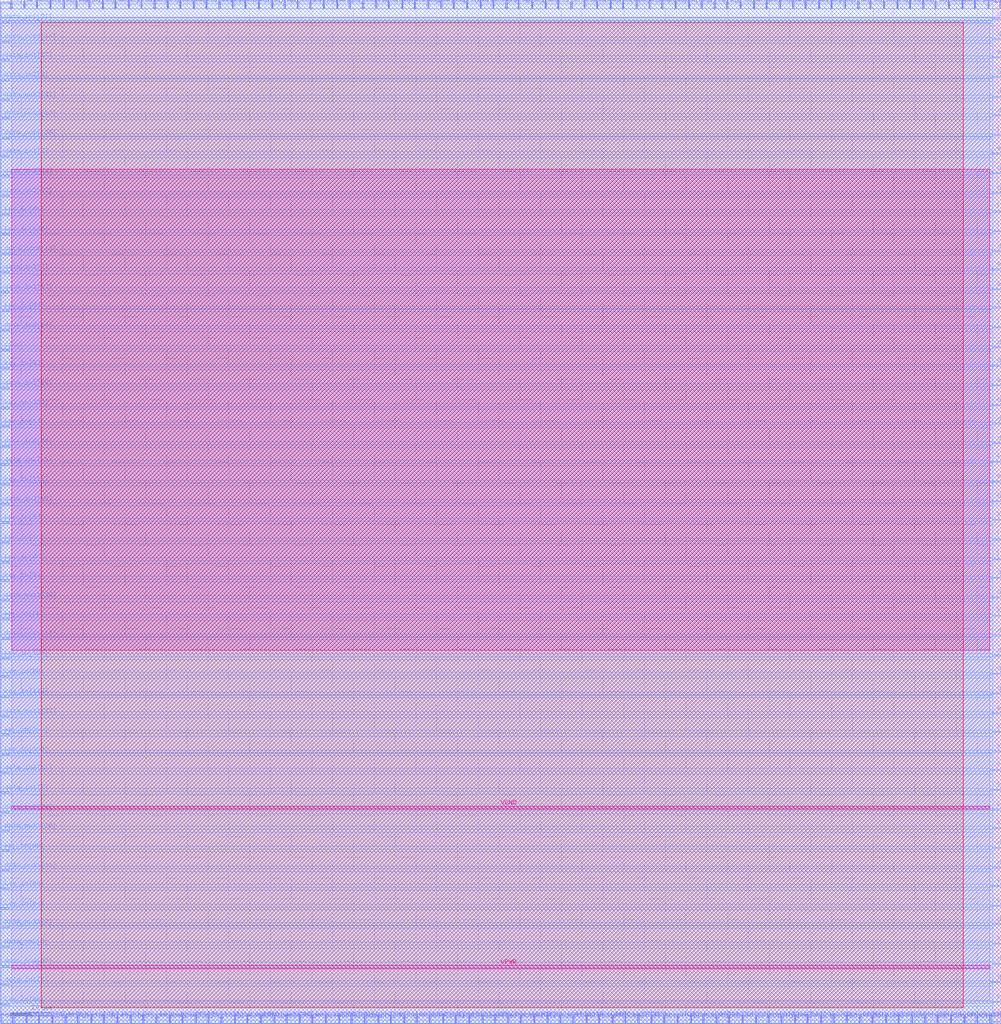
<source format=lef>
VERSION 5.7 ;
  NOWIREEXTENSIONATPIN ON ;
  DIVIDERCHAR "/" ;
  BUSBITCHARS "[]" ;
MACRO xtea
  CLASS BLOCK ;
  FOREIGN xtea ;
  ORIGIN 0.000 0.000 ;
  SIZE 481.630 BY 492.350 ;
  PIN all_done
    DIRECTION OUTPUT TRISTATE ;
    PORT
      LAYER met2 ;
        RECT 306.910 0.000 307.190 4.000 ;
    END
  END all_done
  PIN clock
    DIRECTION INPUT ;
    PORT
      LAYER met3 ;
        RECT 0.000 323.720 4.000 324.320 ;
    END
  END clock
  PIN data_in1[0]
    DIRECTION INPUT ;
    PORT
      LAYER met2 ;
        RECT 463.770 0.000 464.050 4.000 ;
    END
  END data_in1[0]
  PIN data_in1[10]
    DIRECTION INPUT ;
    PORT
      LAYER met2 ;
        RECT 462.850 488.350 463.130 492.350 ;
    END
  END data_in1[10]
  PIN data_in1[11]
    DIRECTION INPUT ;
    PORT
      LAYER met3 ;
        RECT 477.630 158.480 481.630 159.080 ;
    END
  END data_in1[11]
  PIN data_in1[12]
    DIRECTION INPUT ;
    PORT
      LAYER met2 ;
        RECT 174.430 488.350 174.710 492.350 ;
    END
  END data_in1[12]
  PIN data_in1[13]
    DIRECTION INPUT ;
    PORT
      LAYER met3 ;
        RECT 0.000 351.600 4.000 352.200 ;
    END
  END data_in1[13]
  PIN data_in1[14]
    DIRECTION INPUT ;
    PORT
      LAYER met2 ;
        RECT 225.490 0.000 225.770 4.000 ;
    END
  END data_in1[14]
  PIN data_in1[15]
    DIRECTION INPUT ;
    PORT
      LAYER met3 ;
        RECT 0.000 305.360 4.000 305.960 ;
    END
  END data_in1[15]
  PIN data_in1[16]
    DIRECTION INPUT ;
    PORT
      LAYER met2 ;
        RECT 299.550 488.350 299.830 492.350 ;
    END
  END data_in1[16]
  PIN data_in1[17]
    DIRECTION INPUT ;
    PORT
      LAYER met3 ;
        RECT 0.000 463.120 4.000 463.720 ;
    END
  END data_in1[17]
  PIN data_in1[18]
    DIRECTION INPUT ;
    PORT
      LAYER met2 ;
        RECT 11.590 488.350 11.870 492.350 ;
    END
  END data_in1[18]
  PIN data_in1[19]
    DIRECTION INPUT ;
    PORT
      LAYER met2 ;
        RECT 75.070 0.000 75.350 4.000 ;
    END
  END data_in1[19]
  PIN data_in1[1]
    DIRECTION INPUT ;
    PORT
      LAYER met3 ;
        RECT 0.000 18.400 4.000 19.000 ;
    END
  END data_in1[1]
  PIN data_in1[20]
    DIRECTION INPUT ;
    PORT
      LAYER met2 ;
        RECT 206.630 0.000 206.910 4.000 ;
    END
  END data_in1[20]
  PIN data_in1[21]
    DIRECTION INPUT ;
    PORT
      LAYER met3 ;
        RECT 0.000 481.480 4.000 482.080 ;
    END
  END data_in1[21]
  PIN data_in1[22]
    DIRECTION INPUT ;
    PORT
      LAYER met2 ;
        RECT 212.150 488.350 212.430 492.350 ;
    END
  END data_in1[22]
  PIN data_in1[23]
    DIRECTION INPUT ;
    PORT
      LAYER met2 ;
        RECT 294.490 0.000 294.770 4.000 ;
    END
  END data_in1[23]
  PIN data_in1[24]
    DIRECTION INPUT ;
    PORT
      LAYER met2 ;
        RECT 118.770 0.000 119.050 4.000 ;
    END
  END data_in1[24]
  PIN data_in1[25]
    DIRECTION INPUT ;
    PORT
      LAYER met2 ;
        RECT 156.490 0.000 156.770 4.000 ;
    END
  END data_in1[25]
  PIN data_in1[26]
    DIRECTION INPUT ;
    PORT
      LAYER met2 ;
        RECT 432.030 0.000 432.310 4.000 ;
    END
  END data_in1[26]
  PIN data_in1[27]
    DIRECTION INPUT ;
    PORT
      LAYER met2 ;
        RECT 244.350 0.000 244.630 4.000 ;
    END
  END data_in1[27]
  PIN data_in1[28]
    DIRECTION INPUT ;
    PORT
      LAYER met2 ;
        RECT 332.210 0.000 332.490 4.000 ;
    END
  END data_in1[28]
  PIN data_in1[29]
    DIRECTION INPUT ;
    PORT
      LAYER met2 ;
        RECT 318.410 488.350 318.690 492.350 ;
    END
  END data_in1[29]
  PIN data_in1[2]
    DIRECTION INPUT ;
    PORT
      LAYER met3 ;
        RECT 0.000 416.880 4.000 417.480 ;
    END
  END data_in1[2]
  PIN data_in1[30]
    DIRECTION INPUT ;
    PORT
      LAYER met2 ;
        RECT 31.370 0.000 31.650 4.000 ;
    END
  END data_in1[30]
  PIN data_in1[31]
    DIRECTION INPUT ;
    PORT
      LAYER met2 ;
        RECT 231.010 488.350 231.290 492.350 ;
    END
  END data_in1[31]
  PIN data_in1[3]
    DIRECTION INPUT ;
    PORT
      LAYER met3 ;
        RECT 0.000 361.120 4.000 361.720 ;
    END
  END data_in1[3]
  PIN data_in1[4]
    DIRECTION INPUT ;
    PORT
      LAYER met3 ;
        RECT 477.630 47.640 481.630 48.240 ;
    END
  END data_in1[4]
  PIN data_in1[5]
    DIRECTION INPUT ;
    PORT
      LAYER met3 ;
        RECT 477.630 473.320 481.630 473.920 ;
    END
  END data_in1[5]
  PIN data_in1[6]
    DIRECTION INPUT ;
    PORT
      LAYER met2 ;
        RECT 363.490 0.000 363.770 4.000 ;
    END
  END data_in1[6]
  PIN data_in1[7]
    DIRECTION INPUT ;
    PORT
      LAYER met3 ;
        RECT 0.000 110.880 4.000 111.480 ;
    END
  END data_in1[7]
  PIN data_in1[8]
    DIRECTION INPUT ;
    PORT
      LAYER met2 ;
        RECT 413.630 0.000 413.910 4.000 ;
    END
  END data_in1[8]
  PIN data_in1[9]
    DIRECTION INPUT ;
    PORT
      LAYER met2 ;
        RECT 162.930 0.000 163.210 4.000 ;
    END
  END data_in1[9]
  PIN data_in2[0]
    DIRECTION INPUT ;
    PORT
      LAYER met2 ;
        RECT 388.330 0.000 388.610 4.000 ;
    END
  END data_in2[0]
  PIN data_in2[10]
    DIRECTION INPUT ;
    PORT
      LAYER met2 ;
        RECT 274.710 488.350 274.990 492.350 ;
    END
  END data_in2[10]
  PIN data_in2[11]
    DIRECTION INPUT ;
    PORT
      LAYER met3 ;
        RECT 477.630 454.960 481.630 455.560 ;
    END
  END data_in2[11]
  PIN data_in2[12]
    DIRECTION INPUT ;
    PORT
      LAYER met3 ;
        RECT 0.000 397.840 4.000 398.440 ;
    END
  END data_in2[12]
  PIN data_in2[13]
    DIRECTION INPUT ;
    PORT
      LAYER met3 ;
        RECT 0.000 120.400 4.000 121.000 ;
    END
  END data_in2[13]
  PIN data_in2[14]
    DIRECTION INPUT ;
    PORT
      LAYER met3 ;
        RECT 0.000 333.240 4.000 333.840 ;
    END
  END data_in2[14]
  PIN data_in2[15]
    DIRECTION INPUT ;
    PORT
      LAYER met3 ;
        RECT 0.000 249.600 4.000 250.200 ;
    END
  END data_in2[15]
  PIN data_in2[16]
    DIRECTION INPUT ;
    PORT
      LAYER met2 ;
        RECT 381.430 488.350 381.710 492.350 ;
    END
  END data_in2[16]
  PIN data_in2[17]
    DIRECTION INPUT ;
    PORT
      LAYER met3 ;
        RECT 477.630 371.320 481.630 371.920 ;
    END
  END data_in2[17]
  PIN data_in2[18]
    DIRECTION INPUT ;
    PORT
      LAYER met2 ;
        RECT 200.190 0.000 200.470 4.000 ;
    END
  END data_in2[18]
  PIN data_in2[19]
    DIRECTION INPUT ;
    PORT
      LAYER met2 ;
        RECT 117.850 488.350 118.130 492.350 ;
    END
  END data_in2[19]
  PIN data_in2[1]
    DIRECTION INPUT ;
    PORT
      LAYER met2 ;
        RECT 313.350 0.000 313.630 4.000 ;
    END
  END data_in2[1]
  PIN data_in2[20]
    DIRECTION INPUT ;
    PORT
      LAYER met3 ;
        RECT 0.000 268.640 4.000 269.240 ;
    END
  END data_in2[20]
  PIN data_in2[21]
    DIRECTION INPUT ;
    PORT
      LAYER met3 ;
        RECT 477.630 482.840 481.630 483.440 ;
    END
  END data_in2[21]
  PIN data_in2[22]
    DIRECTION INPUT ;
    PORT
      LAYER met2 ;
        RECT 150.050 0.000 150.330 4.000 ;
    END
  END data_in2[22]
  PIN data_in2[23]
    DIRECTION INPUT ;
    PORT
      LAYER met3 ;
        RECT 477.630 19.760 481.630 20.360 ;
    END
  END data_in2[23]
  PIN data_in2[24]
    DIRECTION INPUT ;
    PORT
      LAYER met3 ;
        RECT 0.000 101.360 4.000 101.960 ;
    END
  END data_in2[24]
  PIN data_in2[25]
    DIRECTION INPUT ;
    PORT
      LAYER met3 ;
        RECT 477.630 325.080 481.630 325.680 ;
    END
  END data_in2[25]
  PIN data_in2[26]
    DIRECTION INPUT ;
    PORT
      LAYER met3 ;
        RECT 0.000 277.480 4.000 278.080 ;
    END
  END data_in2[26]
  PIN data_in2[27]
    DIRECTION INPUT ;
    PORT
      LAYER met3 ;
        RECT 0.000 27.240 4.000 27.840 ;
    END
  END data_in2[27]
  PIN data_in2[28]
    DIRECTION INPUT ;
    PORT
      LAYER met2 ;
        RECT 256.770 0.000 257.050 4.000 ;
    END
  END data_in2[28]
  PIN data_in2[29]
    DIRECTION INPUT ;
    PORT
      LAYER met2 ;
        RECT 456.410 488.350 456.690 492.350 ;
    END
  END data_in2[29]
  PIN data_in2[2]
    DIRECTION INPUT ;
    PORT
      LAYER met3 ;
        RECT 477.630 278.840 481.630 279.440 ;
    END
  END data_in2[2]
  PIN data_in2[30]
    DIRECTION INPUT ;
    PORT
      LAYER met2 ;
        RECT 105.430 488.350 105.710 492.350 ;
    END
  END data_in2[30]
  PIN data_in2[31]
    DIRECTION INPUT ;
    PORT
      LAYER met3 ;
        RECT 0.000 407.360 4.000 407.960 ;
    END
  END data_in2[31]
  PIN data_in2[3]
    DIRECTION INPUT ;
    PORT
      LAYER met2 ;
        RECT 287.130 488.350 287.410 492.350 ;
    END
  END data_in2[3]
  PIN data_in2[4]
    DIRECTION INPUT ;
    PORT
      LAYER met3 ;
        RECT 477.630 445.440 481.630 446.040 ;
    END
  END data_in2[4]
  PIN data_in2[5]
    DIRECTION INPUT ;
    PORT
      LAYER met3 ;
        RECT 0.000 36.760 4.000 37.360 ;
    END
  END data_in2[5]
  PIN data_in2[6]
    DIRECTION INPUT ;
    PORT
      LAYER met3 ;
        RECT 477.630 186.360 481.630 186.960 ;
    END
  END data_in2[6]
  PIN data_in2[7]
    DIRECTION INPUT ;
    PORT
      LAYER met3 ;
        RECT 477.630 316.240 481.630 316.840 ;
    END
  END data_in2[7]
  PIN data_in2[8]
    DIRECTION INPUT ;
    PORT
      LAYER met3 ;
        RECT 0.000 453.600 4.000 454.200 ;
    END
  END data_in2[8]
  PIN data_in2[9]
    DIRECTION INPUT ;
    PORT
      LAYER met2 ;
        RECT 168.910 0.000 169.190 4.000 ;
    END
  END data_in2[9]
  PIN data_out1[0]
    DIRECTION OUTPUT TRISTATE ;
    PORT
      LAYER met3 ;
        RECT 477.630 168.000 481.630 168.600 ;
    END
  END data_out1[0]
  PIN data_out1[10]
    DIRECTION OUTPUT TRISTATE ;
    PORT
      LAYER met2 ;
        RECT 325.770 0.000 326.050 4.000 ;
    END
  END data_out1[10]
  PIN data_out1[11]
    DIRECTION OUTPUT TRISTATE ;
    PORT
      LAYER met3 ;
        RECT 0.000 73.480 4.000 74.080 ;
    END
  END data_out1[11]
  PIN data_out1[12]
    DIRECTION OUTPUT TRISTATE ;
    PORT
      LAYER met2 ;
        RECT 143.150 488.350 143.430 492.350 ;
    END
  END data_out1[12]
  PIN data_out1[13]
    DIRECTION OUTPUT TRISTATE ;
    PORT
      LAYER met3 ;
        RECT 477.630 408.720 481.630 409.320 ;
    END
  END data_out1[13]
  PIN data_out1[14]
    DIRECTION OUTPUT TRISTATE ;
    PORT
      LAYER met2 ;
        RECT 331.290 488.350 331.570 492.350 ;
    END
  END data_out1[14]
  PIN data_out1[15]
    DIRECTION OUTPUT TRISTATE ;
    PORT
      LAYER met3 ;
        RECT 0.000 92.520 4.000 93.120 ;
    END
  END data_out1[15]
  PIN data_out1[16]
    DIRECTION OUTPUT TRISTATE ;
    PORT
      LAYER met3 ;
        RECT 477.630 74.840 481.630 75.440 ;
    END
  END data_out1[16]
  PIN data_out1[17]
    DIRECTION OUTPUT TRISTATE ;
    PORT
      LAYER met3 ;
        RECT 0.000 185.000 4.000 185.600 ;
    END
  END data_out1[17]
  PIN data_out1[18]
    DIRECTION OUTPUT TRISTATE ;
    PORT
      LAYER met2 ;
        RECT 219.050 0.000 219.330 4.000 ;
    END
  END data_out1[18]
  PIN data_out1[19]
    DIRECTION OUTPUT TRISTATE ;
    PORT
      LAYER met2 ;
        RECT 357.050 0.000 357.330 4.000 ;
    END
  END data_out1[19]
  PIN data_out1[1]
    DIRECTION OUTPUT TRISTATE ;
    PORT
      LAYER met2 ;
        RECT 162.010 488.350 162.290 492.350 ;
    END
  END data_out1[1]
  PIN data_out1[20]
    DIRECTION OUTPUT TRISTATE ;
    PORT
      LAYER met2 ;
        RECT 275.630 0.000 275.910 4.000 ;
    END
  END data_out1[20]
  PIN data_out1[21]
    DIRECTION OUTPUT TRISTATE ;
    PORT
      LAYER met3 ;
        RECT 477.630 436.600 481.630 437.200 ;
    END
  END data_out1[21]
  PIN data_out1[22]
    DIRECTION OUTPUT TRISTATE ;
    PORT
      LAYER met2 ;
        RECT 481.250 488.350 481.530 492.350 ;
    END
  END data_out1[22]
  PIN data_out1[23]
    DIRECTION OUTPUT TRISTATE ;
    PORT
      LAYER met3 ;
        RECT 0.000 147.600 4.000 148.200 ;
    END
  END data_out1[23]
  PIN data_out1[24]
    DIRECTION OUTPUT TRISTATE ;
    PORT
      LAYER met3 ;
        RECT 477.630 288.360 481.630 288.960 ;
    END
  END data_out1[24]
  PIN data_out1[25]
    DIRECTION OUTPUT TRISTATE ;
    PORT
      LAYER met2 ;
        RECT 186.850 488.350 187.130 492.350 ;
    END
  END data_out1[25]
  PIN data_out1[26]
    DIRECTION OUTPUT TRISTATE ;
    PORT
      LAYER met2 ;
        RECT 12.510 0.000 12.790 4.000 ;
    END
  END data_out1[26]
  PIN data_out1[27]
    DIRECTION OUTPUT TRISTATE ;
    PORT
      LAYER met2 ;
        RECT 106.350 0.000 106.630 4.000 ;
    END
  END data_out1[27]
  PIN data_out1[28]
    DIRECTION OUTPUT TRISTATE ;
    PORT
      LAYER met3 ;
        RECT 0.000 425.720 4.000 426.320 ;
    END
  END data_out1[28]
  PIN data_out1[29]
    DIRECTION OUTPUT TRISTATE ;
    PORT
      LAYER met3 ;
        RECT 0.000 203.360 4.000 203.960 ;
    END
  END data_out1[29]
  PIN data_out1[2]
    DIRECTION OUTPUT TRISTATE ;
    PORT
      LAYER met3 ;
        RECT 477.630 214.240 481.630 214.840 ;
    END
  END data_out1[2]
  PIN data_out1[30]
    DIRECTION OUTPUT TRISTATE ;
    PORT
      LAYER met2 ;
        RECT 125.210 0.000 125.490 4.000 ;
    END
  END data_out1[30]
  PIN data_out1[31]
    DIRECTION OUTPUT TRISTATE ;
    PORT
      LAYER met2 ;
        RECT 263.210 0.000 263.490 4.000 ;
    END
  END data_out1[31]
  PIN data_out1[3]
    DIRECTION OUTPUT TRISTATE ;
    PORT
      LAYER met2 ;
        RECT 387.410 488.350 387.690 492.350 ;
    END
  END data_out1[3]
  PIN data_out1[4]
    DIRECTION OUTPUT TRISTATE ;
    PORT
      LAYER met3 ;
        RECT 0.000 46.280 4.000 46.880 ;
    END
  END data_out1[4]
  PIN data_out1[5]
    DIRECTION OUTPUT TRISTATE ;
    PORT
      LAYER met2 ;
        RECT 475.270 488.350 475.550 492.350 ;
    END
  END data_out1[5]
  PIN data_out1[6]
    DIRECTION OUTPUT TRISTATE ;
    PORT
      LAYER met2 ;
        RECT 213.070 0.000 213.350 4.000 ;
    END
  END data_out1[6]
  PIN data_out1[7]
    DIRECTION OUTPUT TRISTATE ;
    PORT
      LAYER met2 ;
        RECT 419.610 0.000 419.890 4.000 ;
    END
  END data_out1[7]
  PIN data_out1[8]
    DIRECTION OUTPUT TRISTATE ;
    PORT
      LAYER met2 ;
        RECT 237.910 0.000 238.190 4.000 ;
    END
  END data_out1[8]
  PIN data_out1[9]
    DIRECTION OUTPUT TRISTATE ;
    PORT
      LAYER met2 ;
        RECT 112.790 0.000 113.070 4.000 ;
    END
  END data_out1[9]
  PIN data_out2[0]
    DIRECTION OUTPUT TRISTATE ;
    PORT
      LAYER met2 ;
        RECT 93.010 488.350 93.290 492.350 ;
    END
  END data_out2[0]
  PIN data_out2[10]
    DIRECTION OUTPUT TRISTATE ;
    PORT
      LAYER met2 ;
        RECT 86.570 488.350 86.850 492.350 ;
    END
  END data_out2[10]
  PIN data_out2[11]
    DIRECTION OUTPUT TRISTATE ;
    PORT
      LAYER met2 ;
        RECT 55.290 488.350 55.570 492.350 ;
    END
  END data_out2[11]
  PIN data_out2[12]
    DIRECTION OUTPUT TRISTATE ;
    PORT
      LAYER met3 ;
        RECT 477.630 28.600 481.630 29.200 ;
    END
  END data_out2[12]
  PIN data_out2[13]
    DIRECTION OUTPUT TRISTATE ;
    PORT
      LAYER met3 ;
        RECT 0.000 435.240 4.000 435.840 ;
    END
  END data_out2[13]
  PIN data_out2[14]
    DIRECTION OUTPUT TRISTATE ;
    PORT
      LAYER met3 ;
        RECT 0.000 471.960 4.000 472.560 ;
    END
  END data_out2[14]
  PIN data_out2[15]
    DIRECTION OUTPUT TRISTATE ;
    PORT
      LAYER met2 ;
        RECT 17.570 488.350 17.850 492.350 ;
    END
  END data_out2[15]
  PIN data_out2[16]
    DIRECTION OUTPUT TRISTATE ;
    PORT
      LAYER met2 ;
        RECT 393.850 488.350 394.130 492.350 ;
    END
  END data_out2[16]
  PIN data_out2[17]
    DIRECTION OUTPUT TRISTATE ;
    PORT
      LAYER met2 ;
        RECT 199.270 488.350 199.550 492.350 ;
    END
  END data_out2[17]
  PIN data_out2[18]
    DIRECTION OUTPUT TRISTATE ;
    PORT
      LAYER met2 ;
        RECT 362.570 488.350 362.850 492.350 ;
    END
  END data_out2[18]
  PIN data_out2[19]
    DIRECTION OUTPUT TRISTATE ;
    PORT
      LAYER met3 ;
        RECT 0.000 369.960 4.000 370.560 ;
    END
  END data_out2[19]
  PIN data_out2[1]
    DIRECTION OUTPUT TRISTATE ;
    PORT
      LAYER met3 ;
        RECT 477.630 297.200 481.630 297.800 ;
    END
  END data_out2[1]
  PIN data_out2[20]
    DIRECTION OUTPUT TRISTATE ;
    PORT
      LAYER met3 ;
        RECT 477.630 399.200 481.630 399.800 ;
    END
  END data_out2[20]
  PIN data_out2[21]
    DIRECTION OUTPUT TRISTATE ;
    PORT
      LAYER met2 ;
        RECT 282.070 0.000 282.350 4.000 ;
    END
  END data_out2[21]
  PIN data_out2[22]
    DIRECTION OUTPUT TRISTATE ;
    PORT
      LAYER met3 ;
        RECT 477.630 204.720 481.630 205.320 ;
    END
  END data_out2[22]
  PIN data_out2[23]
    DIRECTION OUTPUT TRISTATE ;
    PORT
      LAYER met3 ;
        RECT 477.630 176.840 481.630 177.440 ;
    END
  END data_out2[23]
  PIN data_out2[24]
    DIRECTION OUTPUT TRISTATE ;
    PORT
      LAYER met3 ;
        RECT 477.630 84.360 481.630 84.960 ;
    END
  END data_out2[24]
  PIN data_out2[25]
    DIRECTION OUTPUT TRISTATE ;
    PORT
      LAYER met2 ;
        RECT 74.150 488.350 74.430 492.350 ;
    END
  END data_out2[25]
  PIN data_out2[26]
    DIRECTION OUTPUT TRISTATE ;
    PORT
      LAYER met2 ;
        RECT 193.290 488.350 193.570 492.350 ;
    END
  END data_out2[26]
  PIN data_out2[27]
    DIRECTION OUTPUT TRISTATE ;
    PORT
      LAYER met2 ;
        RECT 6.070 0.000 6.350 4.000 ;
    END
  END data_out2[27]
  PIN data_out2[28]
    DIRECTION OUTPUT TRISTATE ;
    PORT
      LAYER met3 ;
        RECT 477.630 0.720 481.630 1.320 ;
    END
  END data_out2[28]
  PIN data_out2[29]
    DIRECTION OUTPUT TRISTATE ;
    PORT
      LAYER met2 ;
        RECT 476.190 0.000 476.470 4.000 ;
    END
  END data_out2[29]
  PIN data_out2[2]
    DIRECTION OUTPUT TRISTATE ;
    PORT
      LAYER met2 ;
        RECT 425.130 488.350 425.410 492.350 ;
    END
  END data_out2[2]
  PIN data_out2[30]
    DIRECTION OUTPUT TRISTATE ;
    PORT
      LAYER met2 ;
        RECT 236.990 488.350 237.270 492.350 ;
    END
  END data_out2[30]
  PIN data_out2[31]
    DIRECTION OUTPUT TRISTATE ;
    PORT
      LAYER met3 ;
        RECT 0.000 444.080 4.000 444.680 ;
    END
  END data_out2[31]
  PIN data_out2[3]
    DIRECTION OUTPUT TRISTATE ;
    PORT
      LAYER met2 ;
        RECT 111.870 488.350 112.150 492.350 ;
    END
  END data_out2[3]
  PIN data_out2[4]
    DIRECTION OUTPUT TRISTATE ;
    PORT
      LAYER met2 ;
        RECT 450.890 0.000 451.170 4.000 ;
    END
  END data_out2[4]
  PIN data_out2[5]
    DIRECTION OUTPUT TRISTATE ;
    PORT
      LAYER met2 ;
        RECT 400.750 0.000 401.030 4.000 ;
    END
  END data_out2[5]
  PIN data_out2[6]
    DIRECTION OUTPUT TRISTATE ;
    PORT
      LAYER met2 ;
        RECT 18.490 0.000 18.770 4.000 ;
    END
  END data_out2[6]
  PIN data_out2[7]
    DIRECTION OUTPUT TRISTATE ;
    PORT
      LAYER met3 ;
        RECT 477.630 250.960 481.630 251.560 ;
    END
  END data_out2[7]
  PIN data_out2[8]
    DIRECTION OUTPUT TRISTATE ;
    PORT
      LAYER met2 ;
        RECT 368.550 488.350 368.830 492.350 ;
    END
  END data_out2[8]
  PIN data_out2[9]
    DIRECTION OUTPUT TRISTATE ;
    PORT
      LAYER met2 ;
        RECT 305.990 488.350 306.270 492.350 ;
    END
  END data_out2[9]
  PIN key_in[0]
    DIRECTION INPUT ;
    PORT
      LAYER met3 ;
        RECT 477.630 148.960 481.630 149.560 ;
    END
  END key_in[0]
  PIN key_in[100]
    DIRECTION INPUT ;
    PORT
      LAYER met3 ;
        RECT 0.000 138.760 4.000 139.360 ;
    END
  END key_in[100]
  PIN key_in[101]
    DIRECTION INPUT ;
    PORT
      LAYER met2 ;
        RECT 175.350 0.000 175.630 4.000 ;
    END
  END key_in[101]
  PIN key_in[102]
    DIRECTION INPUT ;
    PORT
      LAYER met2 ;
        RECT 369.470 0.000 369.750 4.000 ;
    END
  END key_in[102]
  PIN key_in[103]
    DIRECTION INPUT ;
    PORT
      LAYER met3 ;
        RECT 477.630 344.120 481.630 344.720 ;
    END
  END key_in[103]
  PIN key_in[104]
    DIRECTION INPUT ;
    PORT
      LAYER met2 ;
        RECT 68.630 0.000 68.910 4.000 ;
    END
  END key_in[104]
  PIN key_in[105]
    DIRECTION INPUT ;
    PORT
      LAYER met2 ;
        RECT 349.690 488.350 349.970 492.350 ;
    END
  END key_in[105]
  PIN key_in[106]
    DIRECTION INPUT ;
    PORT
      LAYER met2 ;
        RECT 149.130 488.350 149.410 492.350 ;
    END
  END key_in[106]
  PIN key_in[107]
    DIRECTION INPUT ;
    PORT
      LAYER met2 ;
        RECT 375.910 0.000 376.190 4.000 ;
    END
  END key_in[107]
  PIN key_in[108]
    DIRECTION INPUT ;
    PORT
      LAYER met3 ;
        RECT 0.000 129.240 4.000 129.840 ;
    END
  END key_in[108]
  PIN key_in[109]
    DIRECTION INPUT ;
    PORT
      LAYER met3 ;
        RECT 0.000 295.840 4.000 296.440 ;
    END
  END key_in[109]
  PIN key_in[10]
    DIRECTION INPUT ;
    PORT
      LAYER met3 ;
        RECT 0.000 231.240 4.000 231.840 ;
    END
  END key_in[10]
  PIN key_in[110]
    DIRECTION INPUT ;
    PORT
      LAYER met2 ;
        RECT 224.570 488.350 224.850 492.350 ;
    END
  END key_in[110]
  PIN key_in[111]
    DIRECTION INPUT ;
    PORT
      LAYER met3 ;
        RECT 0.000 259.120 4.000 259.720 ;
    END
  END key_in[111]
  PIN key_in[112]
    DIRECTION INPUT ;
    PORT
      LAYER met2 ;
        RECT 469.750 0.000 470.030 4.000 ;
    END
  END key_in[112]
  PIN key_in[113]
    DIRECTION INPUT ;
    PORT
      LAYER met3 ;
        RECT 0.000 157.120 4.000 157.720 ;
    END
  END key_in[113]
  PIN key_in[114]
    DIRECTION INPUT ;
    PORT
      LAYER met2 ;
        RECT 288.050 0.000 288.330 4.000 ;
    END
  END key_in[114]
  PIN key_in[115]
    DIRECTION INPUT ;
    PORT
      LAYER met2 ;
        RECT 269.190 0.000 269.470 4.000 ;
    END
  END key_in[115]
  PIN key_in[116]
    DIRECTION INPUT ;
    PORT
      LAYER met3 ;
        RECT 477.630 10.240 481.630 10.840 ;
    END
  END key_in[116]
  PIN key_in[117]
    DIRECTION INPUT ;
    PORT
      LAYER met2 ;
        RECT 130.730 488.350 131.010 492.350 ;
    END
  END key_in[117]
  PIN key_in[118]
    DIRECTION INPUT ;
    PORT
      LAYER met2 ;
        RECT 81.510 0.000 81.790 4.000 ;
    END
  END key_in[118]
  PIN key_in[119]
    DIRECTION INPUT ;
    PORT
      LAYER met2 ;
        RECT 136.710 488.350 136.990 492.350 ;
    END
  END key_in[119]
  PIN key_in[11]
    DIRECTION INPUT ;
    PORT
      LAYER met2 ;
        RECT 281.150 488.350 281.430 492.350 ;
    END
  END key_in[11]
  PIN key_in[120]
    DIRECTION INPUT ;
    PORT
      LAYER met2 ;
        RECT 443.990 488.350 444.270 492.350 ;
    END
  END key_in[120]
  PIN key_in[121]
    DIRECTION INPUT ;
    PORT
      LAYER met2 ;
        RECT 24.010 488.350 24.290 492.350 ;
    END
  END key_in[121]
  PIN key_in[122]
    DIRECTION INPUT ;
    PORT
      LAYER met3 ;
        RECT 477.630 362.480 481.630 363.080 ;
    END
  END key_in[122]
  PIN key_in[123]
    DIRECTION INPUT ;
    PORT
      LAYER met2 ;
        RECT 93.930 0.000 94.210 4.000 ;
    END
  END key_in[123]
  PIN key_in[124]
    DIRECTION INPUT ;
    PORT
      LAYER met3 ;
        RECT 477.630 260.480 481.630 261.080 ;
    END
  END key_in[124]
  PIN key_in[125]
    DIRECTION INPUT ;
    PORT
      LAYER met3 ;
        RECT 0.000 175.480 4.000 176.080 ;
    END
  END key_in[125]
  PIN key_in[126]
    DIRECTION INPUT ;
    PORT
      LAYER met3 ;
        RECT 0.000 379.480 4.000 380.080 ;
    END
  END key_in[126]
  PIN key_in[127]
    DIRECTION INPUT ;
    PORT
      LAYER met3 ;
        RECT 477.630 140.120 481.630 140.720 ;
    END
  END key_in[127]
  PIN key_in[12]
    DIRECTION INPUT ;
    PORT
      LAYER met2 ;
        RECT 394.770 0.000 395.050 4.000 ;
    END
  END key_in[12]
  PIN key_in[13]
    DIRECTION INPUT ;
    PORT
      LAYER met2 ;
        RECT 30.450 488.350 30.730 492.350 ;
    END
  END key_in[13]
  PIN key_in[14]
    DIRECTION INPUT ;
    PORT
      LAYER met2 ;
        RECT 24.930 0.000 25.210 4.000 ;
    END
  END key_in[14]
  PIN key_in[15]
    DIRECTION INPUT ;
    PORT
      LAYER met3 ;
        RECT 477.630 380.840 481.630 381.440 ;
    END
  END key_in[15]
  PIN key_in[16]
    DIRECTION INPUT ;
    PORT
      LAYER met2 ;
        RECT 338.190 0.000 338.470 4.000 ;
    END
  END key_in[16]
  PIN key_in[17]
    DIRECTION INPUT ;
    PORT
      LAYER met2 ;
        RECT 5.150 488.350 5.430 492.350 ;
    END
  END key_in[17]
  PIN key_in[18]
    DIRECTION INPUT ;
    PORT
      LAYER met3 ;
        RECT 0.000 287.000 4.000 287.600 ;
    END
  END key_in[18]
  PIN key_in[19]
    DIRECTION INPUT ;
    PORT
      LAYER met2 ;
        RECT 382.350 0.000 382.630 4.000 ;
    END
  END key_in[19]
  PIN key_in[1]
    DIRECTION INPUT ;
    PORT
      LAYER met2 ;
        RECT 99.910 0.000 100.190 4.000 ;
    END
  END key_in[1]
  PIN key_in[20]
    DIRECTION INPUT ;
    PORT
      LAYER met2 ;
        RECT 231.930 0.000 232.210 4.000 ;
    END
  END key_in[20]
  PIN key_in[21]
    DIRECTION INPUT ;
    PORT
      LAYER met3 ;
        RECT 477.630 223.080 481.630 223.680 ;
    END
  END key_in[21]
  PIN key_in[22]
    DIRECTION INPUT ;
    PORT
      LAYER met2 ;
        RECT 155.570 488.350 155.850 492.350 ;
    END
  END key_in[22]
  PIN key_in[23]
    DIRECTION INPUT ;
    PORT
      LAYER met2 ;
        RECT 205.710 488.350 205.990 492.350 ;
    END
  END key_in[23]
  PIN key_in[24]
    DIRECTION INPUT ;
    PORT
      LAYER met2 ;
        RECT 457.330 0.000 457.610 4.000 ;
    END
  END key_in[24]
  PIN key_in[25]
    DIRECTION INPUT ;
    PORT
      LAYER met2 ;
        RECT 87.490 0.000 87.770 4.000 ;
    END
  END key_in[25]
  PIN key_in[26]
    DIRECTION INPUT ;
    PORT
      LAYER met2 ;
        RECT 37.350 0.000 37.630 4.000 ;
    END
  END key_in[26]
  PIN key_in[27]
    DIRECTION INPUT ;
    PORT
      LAYER met3 ;
        RECT 477.630 93.880 481.630 94.480 ;
    END
  END key_in[27]
  PIN key_in[28]
    DIRECTION INPUT ;
    PORT
      LAYER met2 ;
        RECT 268.270 488.350 268.550 492.350 ;
    END
  END key_in[28]
  PIN key_in[29]
    DIRECTION INPUT ;
    PORT
      LAYER met2 ;
        RECT 98.990 488.350 99.270 492.350 ;
    END
  END key_in[29]
  PIN key_in[2]
    DIRECTION INPUT ;
    PORT
      LAYER met2 ;
        RECT 49.310 488.350 49.590 492.350 ;
    END
  END key_in[2]
  PIN key_in[30]
    DIRECTION INPUT ;
    PORT
      LAYER met3 ;
        RECT 477.630 427.080 481.630 427.680 ;
    END
  END key_in[30]
  PIN key_in[31]
    DIRECTION INPUT ;
    PORT
      LAYER met2 ;
        RECT 67.710 488.350 67.990 492.350 ;
    END
  END key_in[31]
  PIN key_in[32]
    DIRECTION INPUT ;
    PORT
      LAYER met2 ;
        RECT 344.630 0.000 344.910 4.000 ;
    END
  END key_in[32]
  PIN key_in[33]
    DIRECTION INPUT ;
    PORT
      LAYER met2 ;
        RECT 412.710 488.350 412.990 492.350 ;
    END
  END key_in[33]
  PIN key_in[34]
    DIRECTION INPUT ;
    PORT
      LAYER met3 ;
        RECT 477.630 195.880 481.630 196.480 ;
    END
  END key_in[34]
  PIN key_in[35]
    DIRECTION INPUT ;
    PORT
      LAYER met2 ;
        RECT 0.090 0.000 0.370 4.000 ;
    END
  END key_in[35]
  PIN key_in[36]
    DIRECTION INPUT ;
    PORT
      LAYER met2 ;
        RECT 42.870 488.350 43.150 492.350 ;
    END
  END key_in[36]
  PIN key_in[37]
    DIRECTION INPUT ;
    PORT
      LAYER met2 ;
        RECT 131.650 0.000 131.930 4.000 ;
    END
  END key_in[37]
  PIN key_in[38]
    DIRECTION INPUT ;
    PORT
      LAYER met2 ;
        RECT 62.650 0.000 62.930 4.000 ;
    END
  END key_in[38]
  PIN key_in[39]
    DIRECTION INPUT ;
    PORT
      LAYER met3 ;
        RECT 0.000 194.520 4.000 195.120 ;
    END
  END key_in[39]
  PIN key_in[3]
    DIRECTION INPUT ;
    PORT
      LAYER met3 ;
        RECT 477.630 306.720 481.630 307.320 ;
    END
  END key_in[3]
  PIN key_in[40]
    DIRECTION INPUT ;
    PORT
      LAYER met3 ;
        RECT 477.630 112.240 481.630 112.840 ;
    END
  END key_in[40]
  PIN key_in[41]
    DIRECTION INPUT ;
    PORT
      LAYER met2 ;
        RECT 187.770 0.000 188.050 4.000 ;
    END
  END key_in[41]
  PIN key_in[42]
    DIRECTION INPUT ;
    PORT
      LAYER met2 ;
        RECT 300.470 0.000 300.750 4.000 ;
    END
  END key_in[42]
  PIN key_in[43]
    DIRECTION INPUT ;
    PORT
      LAYER met2 ;
        RECT 343.710 488.350 343.990 492.350 ;
    END
  END key_in[43]
  PIN key_in[44]
    DIRECTION INPUT ;
    PORT
      LAYER met2 ;
        RECT 243.430 488.350 243.710 492.350 ;
    END
  END key_in[44]
  PIN key_in[45]
    DIRECTION INPUT ;
    PORT
      LAYER met3 ;
        RECT 477.630 464.480 481.630 465.080 ;
    END
  END key_in[45]
  PIN key_in[46]
    DIRECTION INPUT ;
    PORT
      LAYER met3 ;
        RECT 0.000 491.000 4.000 491.600 ;
    END
  END key_in[46]
  PIN key_in[47]
    DIRECTION INPUT ;
    PORT
      LAYER met2 ;
        RECT 43.790 0.000 44.070 4.000 ;
    END
  END key_in[47]
  PIN key_in[48]
    DIRECTION INPUT ;
    PORT
      LAYER met2 ;
        RECT 167.990 488.350 168.270 492.350 ;
    END
  END key_in[48]
  PIN key_in[49]
    DIRECTION INPUT ;
    PORT
      LAYER met2 ;
        RECT 468.830 488.350 469.110 492.350 ;
    END
  END key_in[49]
  PIN key_in[4]
    DIRECTION INPUT ;
    PORT
      LAYER met2 ;
        RECT 337.270 488.350 337.550 492.350 ;
    END
  END key_in[4]
  PIN key_in[50]
    DIRECTION INPUT ;
    PORT
      LAYER met2 ;
        RECT 437.550 488.350 437.830 492.350 ;
    END
  END key_in[50]
  PIN key_in[51]
    DIRECTION INPUT ;
    PORT
      LAYER met3 ;
        RECT 477.630 334.600 481.630 335.200 ;
    END
  END key_in[51]
  PIN key_in[52]
    DIRECTION INPUT ;
    PORT
      LAYER met3 ;
        RECT 0.000 314.880 4.000 315.480 ;
    END
  END key_in[52]
  PIN key_in[53]
    DIRECTION INPUT ;
    PORT
      LAYER met3 ;
        RECT 0.000 240.760 4.000 241.360 ;
    END
  END key_in[53]
  PIN key_in[54]
    DIRECTION INPUT ;
    PORT
      LAYER met3 ;
        RECT 0.000 212.880 4.000 213.480 ;
    END
  END key_in[54]
  PIN key_in[55]
    DIRECTION INPUT ;
    PORT
      LAYER met3 ;
        RECT 0.000 166.640 4.000 167.240 ;
    END
  END key_in[55]
  PIN key_in[56]
    DIRECTION INPUT ;
    PORT
      LAYER met3 ;
        RECT 477.630 38.120 481.630 38.720 ;
    END
  END key_in[56]
  PIN key_in[57]
    DIRECTION INPUT ;
    PORT
      LAYER met2 ;
        RECT 406.270 488.350 406.550 492.350 ;
    END
  END key_in[57]
  PIN key_in[58]
    DIRECTION INPUT ;
    PORT
      LAYER met2 ;
        RECT 444.910 0.000 445.190 4.000 ;
    END
  END key_in[58]
  PIN key_in[59]
    DIRECTION INPUT ;
    PORT
      LAYER met2 ;
        RECT 407.190 0.000 407.470 4.000 ;
    END
  END key_in[59]
  PIN key_in[5]
    DIRECTION INPUT ;
    PORT
      LAYER met3 ;
        RECT 477.630 56.480 481.630 57.080 ;
    END
  END key_in[5]
  PIN key_in[60]
    DIRECTION INPUT ;
    PORT
      LAYER met2 ;
        RECT 426.050 0.000 426.330 4.000 ;
    END
  END key_in[60]
  PIN key_in[61]
    DIRECTION INPUT ;
    PORT
      LAYER met3 ;
        RECT 0.000 389.000 4.000 389.600 ;
    END
  END key_in[61]
  PIN key_in[62]
    DIRECTION INPUT ;
    PORT
      LAYER met2 ;
        RECT 124.290 488.350 124.570 492.350 ;
    END
  END key_in[62]
  PIN key_in[63]
    DIRECTION INPUT ;
    PORT
      LAYER met2 ;
        RECT 356.130 488.350 356.410 492.350 ;
    END
  END key_in[63]
  PIN key_in[64]
    DIRECTION INPUT ;
    PORT
      LAYER met2 ;
        RECT 312.430 488.350 312.710 492.350 ;
    END
  END key_in[64]
  PIN key_in[65]
    DIRECTION INPUT ;
    PORT
      LAYER met3 ;
        RECT 0.000 83.000 4.000 83.600 ;
    END
  END key_in[65]
  PIN key_in[66]
    DIRECTION INPUT ;
    PORT
      LAYER met2 ;
        RECT 418.690 488.350 418.970 492.350 ;
    END
  END key_in[66]
  PIN key_in[67]
    DIRECTION INPUT ;
    PORT
      LAYER met2 ;
        RECT 218.130 488.350 218.410 492.350 ;
    END
  END key_in[67]
  PIN key_in[68]
    DIRECTION INPUT ;
    PORT
      LAYER met3 ;
        RECT 0.000 342.760 4.000 343.360 ;
    END
  END key_in[68]
  PIN key_in[69]
    DIRECTION INPUT ;
    PORT
      LAYER met2 ;
        RECT 449.970 488.350 450.250 492.350 ;
    END
  END key_in[69]
  PIN key_in[6]
    DIRECTION INPUT ;
    PORT
      LAYER met2 ;
        RECT 49.770 0.000 50.050 4.000 ;
    END
  END key_in[6]
  PIN key_in[70]
    DIRECTION INPUT ;
    PORT
      LAYER met3 ;
        RECT 477.630 232.600 481.630 233.200 ;
    END
  END key_in[70]
  PIN key_in[71]
    DIRECTION INPUT ;
    PORT
      LAYER met2 ;
        RECT 374.990 488.350 375.270 492.350 ;
    END
  END key_in[71]
  PIN key_in[72]
    DIRECTION INPUT ;
    PORT
      LAYER met2 ;
        RECT 80.590 488.350 80.870 492.350 ;
    END
  END key_in[72]
  PIN key_in[73]
    DIRECTION INPUT ;
    PORT
      LAYER met2 ;
        RECT 431.570 488.350 431.850 492.350 ;
    END
  END key_in[73]
  PIN key_in[74]
    DIRECTION INPUT ;
    PORT
      LAYER met3 ;
        RECT 477.630 352.960 481.630 353.560 ;
    END
  END key_in[74]
  PIN key_in[75]
    DIRECTION INPUT ;
    PORT
      LAYER met2 ;
        RECT 255.850 488.350 256.130 492.350 ;
    END
  END key_in[75]
  PIN key_in[76]
    DIRECTION INPUT ;
    PORT
      LAYER met2 ;
        RECT 61.730 488.350 62.010 492.350 ;
    END
  END key_in[76]
  PIN key_in[77]
    DIRECTION INPUT ;
    PORT
      LAYER met2 ;
        RECT 399.830 488.350 400.110 492.350 ;
    END
  END key_in[77]
  PIN key_in[78]
    DIRECTION INPUT ;
    PORT
      LAYER met2 ;
        RECT 324.850 488.350 325.130 492.350 ;
    END
  END key_in[78]
  PIN key_in[79]
    DIRECTION INPUT ;
    PORT
      LAYER met2 ;
        RECT 181.790 0.000 182.070 4.000 ;
    END
  END key_in[79]
  PIN key_in[7]
    DIRECTION INPUT ;
    PORT
      LAYER met2 ;
        RECT 438.470 0.000 438.750 4.000 ;
    END
  END key_in[7]
  PIN key_in[80]
    DIRECTION INPUT ;
    PORT
      LAYER met3 ;
        RECT 0.000 64.640 4.000 65.240 ;
    END
  END key_in[80]
  PIN key_in[81]
    DIRECTION INPUT ;
    PORT
      LAYER met2 ;
        RECT 36.430 488.350 36.710 492.350 ;
    END
  END key_in[81]
  PIN key_in[82]
    DIRECTION INPUT ;
    PORT
      LAYER met2 ;
        RECT 250.330 0.000 250.610 4.000 ;
    END
  END key_in[82]
  PIN key_in[83]
    DIRECTION INPUT ;
    PORT
      LAYER met3 ;
        RECT 477.630 418.240 481.630 418.840 ;
    END
  END key_in[83]
  PIN key_in[84]
    DIRECTION INPUT ;
    PORT
      LAYER met3 ;
        RECT 0.000 55.120 4.000 55.720 ;
    END
  END key_in[84]
  PIN key_in[85]
    DIRECTION INPUT ;
    PORT
      LAYER met2 ;
        RECT 194.210 0.000 194.490 4.000 ;
    END
  END key_in[85]
  PIN key_in[86]
    DIRECTION INPUT ;
    PORT
      LAYER met3 ;
        RECT 477.630 66.000 481.630 66.600 ;
    END
  END key_in[86]
  PIN key_in[87]
    DIRECTION INPUT ;
    PORT
      LAYER met2 ;
        RECT 293.570 488.350 293.850 492.350 ;
    END
  END key_in[87]
  PIN key_in[88]
    DIRECTION INPUT ;
    PORT
      LAYER met2 ;
        RECT 180.870 488.350 181.150 492.350 ;
    END
  END key_in[88]
  PIN key_in[89]
    DIRECTION INPUT ;
    PORT
      LAYER met2 ;
        RECT 137.630 0.000 137.910 4.000 ;
    END
  END key_in[89]
  PIN key_in[8]
    DIRECTION INPUT ;
    PORT
      LAYER met2 ;
        RECT 56.210 0.000 56.490 4.000 ;
    END
  END key_in[8]
  PIN key_in[90]
    DIRECTION INPUT ;
    PORT
      LAYER met3 ;
        RECT 0.000 221.720 4.000 222.320 ;
    END
  END key_in[90]
  PIN key_in[91]
    DIRECTION INPUT ;
    PORT
      LAYER met2 ;
        RECT 144.070 0.000 144.350 4.000 ;
    END
  END key_in[91]
  PIN key_in[92]
    DIRECTION INPUT ;
    PORT
      LAYER met2 ;
        RECT 350.610 0.000 350.890 4.000 ;
    END
  END key_in[92]
  PIN key_in[93]
    DIRECTION INPUT ;
    PORT
      LAYER met2 ;
        RECT 249.410 488.350 249.690 492.350 ;
    END
  END key_in[93]
  PIN key_in[94]
    DIRECTION INPUT ;
    PORT
      LAYER met3 ;
        RECT 477.630 390.360 481.630 390.960 ;
    END
  END key_in[94]
  PIN key_in[95]
    DIRECTION INPUT ;
    PORT
      LAYER met3 ;
        RECT 477.630 102.720 481.630 103.320 ;
    END
  END key_in[95]
  PIN key_in[96]
    DIRECTION INPUT ;
    PORT
      LAYER met3 ;
        RECT 477.630 242.120 481.630 242.720 ;
    END
  END key_in[96]
  PIN key_in[97]
    DIRECTION INPUT ;
    PORT
      LAYER met3 ;
        RECT 477.630 130.600 481.630 131.200 ;
    END
  END key_in[97]
  PIN key_in[98]
    DIRECTION INPUT ;
    PORT
      LAYER met3 ;
        RECT 0.000 8.880 4.000 9.480 ;
    END
  END key_in[98]
  PIN key_in[99]
    DIRECTION INPUT ;
    PORT
      LAYER met3 ;
        RECT 477.630 270.000 481.630 270.600 ;
    END
  END key_in[99]
  PIN key_in[9]
    DIRECTION INPUT ;
    PORT
      LAYER met2 ;
        RECT 319.330 0.000 319.610 4.000 ;
    END
  END key_in[9]
  PIN mode
    DIRECTION INPUT ;
    PORT
      LAYER met2 ;
        RECT 262.290 488.350 262.570 492.350 ;
    END
  END mode
  PIN reset
    DIRECTION INPUT ;
    PORT
      LAYER met3 ;
        RECT 477.630 121.760 481.630 122.360 ;
    END
  END reset
  PIN VPWR
    DIRECTION INPUT ;
    USE POWER ;
    PORT
      LAYER met5 ;
        RECT 5.520 26.490 476.100 28.090 ;
    END
  END VPWR
  PIN VGND
    DIRECTION INPUT ;
    USE GROUND ;
    PORT
      LAYER met5 ;
        RECT 5.520 103.080 476.100 104.680 ;
    END
  END VGND
  OBS
      LAYER li1 ;
        RECT 5.520 10.795 476.100 481.525 ;
      LAYER met1 ;
        RECT 0.070 0.040 481.550 484.120 ;
      LAYER met2 ;
        RECT 0.100 488.070 4.870 491.485 ;
        RECT 5.710 488.070 11.310 491.485 ;
        RECT 12.150 488.070 17.290 491.485 ;
        RECT 18.130 488.070 23.730 491.485 ;
        RECT 24.570 488.070 30.170 491.485 ;
        RECT 31.010 488.070 36.150 491.485 ;
        RECT 36.990 488.070 42.590 491.485 ;
        RECT 43.430 488.070 49.030 491.485 ;
        RECT 49.870 488.070 55.010 491.485 ;
        RECT 55.850 488.070 61.450 491.485 ;
        RECT 62.290 488.070 67.430 491.485 ;
        RECT 68.270 488.070 73.870 491.485 ;
        RECT 74.710 488.070 80.310 491.485 ;
        RECT 81.150 488.070 86.290 491.485 ;
        RECT 87.130 488.070 92.730 491.485 ;
        RECT 93.570 488.070 98.710 491.485 ;
        RECT 99.550 488.070 105.150 491.485 ;
        RECT 105.990 488.070 111.590 491.485 ;
        RECT 112.430 488.070 117.570 491.485 ;
        RECT 118.410 488.070 124.010 491.485 ;
        RECT 124.850 488.070 130.450 491.485 ;
        RECT 131.290 488.070 136.430 491.485 ;
        RECT 137.270 488.070 142.870 491.485 ;
        RECT 143.710 488.070 148.850 491.485 ;
        RECT 149.690 488.070 155.290 491.485 ;
        RECT 156.130 488.070 161.730 491.485 ;
        RECT 162.570 488.070 167.710 491.485 ;
        RECT 168.550 488.070 174.150 491.485 ;
        RECT 174.990 488.070 180.590 491.485 ;
        RECT 181.430 488.070 186.570 491.485 ;
        RECT 187.410 488.070 193.010 491.485 ;
        RECT 193.850 488.070 198.990 491.485 ;
        RECT 199.830 488.070 205.430 491.485 ;
        RECT 206.270 488.070 211.870 491.485 ;
        RECT 212.710 488.070 217.850 491.485 ;
        RECT 218.690 488.070 224.290 491.485 ;
        RECT 225.130 488.070 230.730 491.485 ;
        RECT 231.570 488.070 236.710 491.485 ;
        RECT 237.550 488.070 243.150 491.485 ;
        RECT 243.990 488.070 249.130 491.485 ;
        RECT 249.970 488.070 255.570 491.485 ;
        RECT 256.410 488.070 262.010 491.485 ;
        RECT 262.850 488.070 267.990 491.485 ;
        RECT 268.830 488.070 274.430 491.485 ;
        RECT 275.270 488.070 280.870 491.485 ;
        RECT 281.710 488.070 286.850 491.485 ;
        RECT 287.690 488.070 293.290 491.485 ;
        RECT 294.130 488.070 299.270 491.485 ;
        RECT 300.110 488.070 305.710 491.485 ;
        RECT 306.550 488.070 312.150 491.485 ;
        RECT 312.990 488.070 318.130 491.485 ;
        RECT 318.970 488.070 324.570 491.485 ;
        RECT 325.410 488.070 331.010 491.485 ;
        RECT 331.850 488.070 336.990 491.485 ;
        RECT 337.830 488.070 343.430 491.485 ;
        RECT 344.270 488.070 349.410 491.485 ;
        RECT 350.250 488.070 355.850 491.485 ;
        RECT 356.690 488.070 362.290 491.485 ;
        RECT 363.130 488.070 368.270 491.485 ;
        RECT 369.110 488.070 374.710 491.485 ;
        RECT 375.550 488.070 381.150 491.485 ;
        RECT 381.990 488.070 387.130 491.485 ;
        RECT 387.970 488.070 393.570 491.485 ;
        RECT 394.410 488.070 399.550 491.485 ;
        RECT 400.390 488.070 405.990 491.485 ;
        RECT 406.830 488.070 412.430 491.485 ;
        RECT 413.270 488.070 418.410 491.485 ;
        RECT 419.250 488.070 424.850 491.485 ;
        RECT 425.690 488.070 431.290 491.485 ;
        RECT 432.130 488.070 437.270 491.485 ;
        RECT 438.110 488.070 443.710 491.485 ;
        RECT 444.550 488.070 449.690 491.485 ;
        RECT 450.530 488.070 456.130 491.485 ;
        RECT 456.970 488.070 462.570 491.485 ;
        RECT 463.410 488.070 468.550 491.485 ;
        RECT 469.390 488.070 474.990 491.485 ;
        RECT 475.830 488.070 480.970 491.485 ;
        RECT 0.100 4.280 481.520 488.070 ;
        RECT 0.650 0.010 5.790 4.280 ;
        RECT 6.630 0.010 12.230 4.280 ;
        RECT 13.070 0.010 18.210 4.280 ;
        RECT 19.050 0.010 24.650 4.280 ;
        RECT 25.490 0.010 31.090 4.280 ;
        RECT 31.930 0.010 37.070 4.280 ;
        RECT 37.910 0.010 43.510 4.280 ;
        RECT 44.350 0.010 49.490 4.280 ;
        RECT 50.330 0.010 55.930 4.280 ;
        RECT 56.770 0.010 62.370 4.280 ;
        RECT 63.210 0.010 68.350 4.280 ;
        RECT 69.190 0.010 74.790 4.280 ;
        RECT 75.630 0.010 81.230 4.280 ;
        RECT 82.070 0.010 87.210 4.280 ;
        RECT 88.050 0.010 93.650 4.280 ;
        RECT 94.490 0.010 99.630 4.280 ;
        RECT 100.470 0.010 106.070 4.280 ;
        RECT 106.910 0.010 112.510 4.280 ;
        RECT 113.350 0.010 118.490 4.280 ;
        RECT 119.330 0.010 124.930 4.280 ;
        RECT 125.770 0.010 131.370 4.280 ;
        RECT 132.210 0.010 137.350 4.280 ;
        RECT 138.190 0.010 143.790 4.280 ;
        RECT 144.630 0.010 149.770 4.280 ;
        RECT 150.610 0.010 156.210 4.280 ;
        RECT 157.050 0.010 162.650 4.280 ;
        RECT 163.490 0.010 168.630 4.280 ;
        RECT 169.470 0.010 175.070 4.280 ;
        RECT 175.910 0.010 181.510 4.280 ;
        RECT 182.350 0.010 187.490 4.280 ;
        RECT 188.330 0.010 193.930 4.280 ;
        RECT 194.770 0.010 199.910 4.280 ;
        RECT 200.750 0.010 206.350 4.280 ;
        RECT 207.190 0.010 212.790 4.280 ;
        RECT 213.630 0.010 218.770 4.280 ;
        RECT 219.610 0.010 225.210 4.280 ;
        RECT 226.050 0.010 231.650 4.280 ;
        RECT 232.490 0.010 237.630 4.280 ;
        RECT 238.470 0.010 244.070 4.280 ;
        RECT 244.910 0.010 250.050 4.280 ;
        RECT 250.890 0.010 256.490 4.280 ;
        RECT 257.330 0.010 262.930 4.280 ;
        RECT 263.770 0.010 268.910 4.280 ;
        RECT 269.750 0.010 275.350 4.280 ;
        RECT 276.190 0.010 281.790 4.280 ;
        RECT 282.630 0.010 287.770 4.280 ;
        RECT 288.610 0.010 294.210 4.280 ;
        RECT 295.050 0.010 300.190 4.280 ;
        RECT 301.030 0.010 306.630 4.280 ;
        RECT 307.470 0.010 313.070 4.280 ;
        RECT 313.910 0.010 319.050 4.280 ;
        RECT 319.890 0.010 325.490 4.280 ;
        RECT 326.330 0.010 331.930 4.280 ;
        RECT 332.770 0.010 337.910 4.280 ;
        RECT 338.750 0.010 344.350 4.280 ;
        RECT 345.190 0.010 350.330 4.280 ;
        RECT 351.170 0.010 356.770 4.280 ;
        RECT 357.610 0.010 363.210 4.280 ;
        RECT 364.050 0.010 369.190 4.280 ;
        RECT 370.030 0.010 375.630 4.280 ;
        RECT 376.470 0.010 382.070 4.280 ;
        RECT 382.910 0.010 388.050 4.280 ;
        RECT 388.890 0.010 394.490 4.280 ;
        RECT 395.330 0.010 400.470 4.280 ;
        RECT 401.310 0.010 406.910 4.280 ;
        RECT 407.750 0.010 413.350 4.280 ;
        RECT 414.190 0.010 419.330 4.280 ;
        RECT 420.170 0.010 425.770 4.280 ;
        RECT 426.610 0.010 431.750 4.280 ;
        RECT 432.590 0.010 438.190 4.280 ;
        RECT 439.030 0.010 444.630 4.280 ;
        RECT 445.470 0.010 450.610 4.280 ;
        RECT 451.450 0.010 457.050 4.280 ;
        RECT 457.890 0.010 463.490 4.280 ;
        RECT 464.330 0.010 469.470 4.280 ;
        RECT 470.310 0.010 475.910 4.280 ;
        RECT 476.750 0.010 481.520 4.280 ;
      LAYER met3 ;
        RECT 4.400 490.600 477.630 491.465 ;
        RECT 0.525 483.840 477.630 490.600 ;
        RECT 0.525 482.480 477.230 483.840 ;
        RECT 4.400 482.440 477.230 482.480 ;
        RECT 4.400 481.080 477.630 482.440 ;
        RECT 0.525 474.320 477.630 481.080 ;
        RECT 0.525 472.960 477.230 474.320 ;
        RECT 4.400 472.920 477.230 472.960 ;
        RECT 4.400 471.560 477.630 472.920 ;
        RECT 0.525 465.480 477.630 471.560 ;
        RECT 0.525 464.120 477.230 465.480 ;
        RECT 4.400 464.080 477.230 464.120 ;
        RECT 4.400 462.720 477.630 464.080 ;
        RECT 0.525 455.960 477.630 462.720 ;
        RECT 0.525 454.600 477.230 455.960 ;
        RECT 4.400 454.560 477.230 454.600 ;
        RECT 4.400 453.200 477.630 454.560 ;
        RECT 0.525 446.440 477.630 453.200 ;
        RECT 0.525 445.080 477.230 446.440 ;
        RECT 4.400 445.040 477.230 445.080 ;
        RECT 4.400 443.680 477.630 445.040 ;
        RECT 0.525 437.600 477.630 443.680 ;
        RECT 0.525 436.240 477.230 437.600 ;
        RECT 4.400 436.200 477.230 436.240 ;
        RECT 4.400 434.840 477.630 436.200 ;
        RECT 0.525 428.080 477.630 434.840 ;
        RECT 0.525 426.720 477.230 428.080 ;
        RECT 4.400 426.680 477.230 426.720 ;
        RECT 4.400 425.320 477.630 426.680 ;
        RECT 0.525 419.240 477.630 425.320 ;
        RECT 0.525 417.880 477.230 419.240 ;
        RECT 4.400 417.840 477.230 417.880 ;
        RECT 4.400 416.480 477.630 417.840 ;
        RECT 0.525 409.720 477.630 416.480 ;
        RECT 0.525 408.360 477.230 409.720 ;
        RECT 4.400 408.320 477.230 408.360 ;
        RECT 4.400 406.960 477.630 408.320 ;
        RECT 0.525 400.200 477.630 406.960 ;
        RECT 0.525 398.840 477.230 400.200 ;
        RECT 4.400 398.800 477.230 398.840 ;
        RECT 4.400 397.440 477.630 398.800 ;
        RECT 0.525 391.360 477.630 397.440 ;
        RECT 0.525 390.000 477.230 391.360 ;
        RECT 4.400 389.960 477.230 390.000 ;
        RECT 4.400 388.600 477.630 389.960 ;
        RECT 0.525 381.840 477.630 388.600 ;
        RECT 0.525 380.480 477.230 381.840 ;
        RECT 4.400 380.440 477.230 380.480 ;
        RECT 4.400 379.080 477.630 380.440 ;
        RECT 0.525 372.320 477.630 379.080 ;
        RECT 0.525 370.960 477.230 372.320 ;
        RECT 4.400 370.920 477.230 370.960 ;
        RECT 4.400 369.560 477.630 370.920 ;
        RECT 0.525 363.480 477.630 369.560 ;
        RECT 0.525 362.120 477.230 363.480 ;
        RECT 4.400 362.080 477.230 362.120 ;
        RECT 4.400 360.720 477.630 362.080 ;
        RECT 0.525 353.960 477.630 360.720 ;
        RECT 0.525 352.600 477.230 353.960 ;
        RECT 4.400 352.560 477.230 352.600 ;
        RECT 4.400 351.200 477.630 352.560 ;
        RECT 0.525 345.120 477.630 351.200 ;
        RECT 0.525 343.760 477.230 345.120 ;
        RECT 4.400 343.720 477.230 343.760 ;
        RECT 4.400 342.360 477.630 343.720 ;
        RECT 0.525 335.600 477.630 342.360 ;
        RECT 0.525 334.240 477.230 335.600 ;
        RECT 4.400 334.200 477.230 334.240 ;
        RECT 4.400 332.840 477.630 334.200 ;
        RECT 0.525 326.080 477.630 332.840 ;
        RECT 0.525 324.720 477.230 326.080 ;
        RECT 4.400 324.680 477.230 324.720 ;
        RECT 4.400 323.320 477.630 324.680 ;
        RECT 0.525 317.240 477.630 323.320 ;
        RECT 0.525 315.880 477.230 317.240 ;
        RECT 4.400 315.840 477.230 315.880 ;
        RECT 4.400 314.480 477.630 315.840 ;
        RECT 0.525 307.720 477.630 314.480 ;
        RECT 0.525 306.360 477.230 307.720 ;
        RECT 4.400 306.320 477.230 306.360 ;
        RECT 4.400 304.960 477.630 306.320 ;
        RECT 0.525 298.200 477.630 304.960 ;
        RECT 0.525 296.840 477.230 298.200 ;
        RECT 4.400 296.800 477.230 296.840 ;
        RECT 4.400 295.440 477.630 296.800 ;
        RECT 0.525 289.360 477.630 295.440 ;
        RECT 0.525 288.000 477.230 289.360 ;
        RECT 4.400 287.960 477.230 288.000 ;
        RECT 4.400 286.600 477.630 287.960 ;
        RECT 0.525 279.840 477.630 286.600 ;
        RECT 0.525 278.480 477.230 279.840 ;
        RECT 4.400 278.440 477.230 278.480 ;
        RECT 4.400 277.080 477.630 278.440 ;
        RECT 0.525 271.000 477.630 277.080 ;
        RECT 0.525 269.640 477.230 271.000 ;
        RECT 4.400 269.600 477.230 269.640 ;
        RECT 4.400 268.240 477.630 269.600 ;
        RECT 0.525 261.480 477.630 268.240 ;
        RECT 0.525 260.120 477.230 261.480 ;
        RECT 4.400 260.080 477.230 260.120 ;
        RECT 4.400 258.720 477.630 260.080 ;
        RECT 0.525 251.960 477.630 258.720 ;
        RECT 0.525 250.600 477.230 251.960 ;
        RECT 4.400 250.560 477.230 250.600 ;
        RECT 4.400 249.200 477.630 250.560 ;
        RECT 0.525 243.120 477.630 249.200 ;
        RECT 0.525 241.760 477.230 243.120 ;
        RECT 4.400 241.720 477.230 241.760 ;
        RECT 4.400 240.360 477.630 241.720 ;
        RECT 0.525 233.600 477.630 240.360 ;
        RECT 0.525 232.240 477.230 233.600 ;
        RECT 4.400 232.200 477.230 232.240 ;
        RECT 4.400 230.840 477.630 232.200 ;
        RECT 0.525 224.080 477.630 230.840 ;
        RECT 0.525 222.720 477.230 224.080 ;
        RECT 4.400 222.680 477.230 222.720 ;
        RECT 4.400 221.320 477.630 222.680 ;
        RECT 0.525 215.240 477.630 221.320 ;
        RECT 0.525 213.880 477.230 215.240 ;
        RECT 4.400 213.840 477.230 213.880 ;
        RECT 4.400 212.480 477.630 213.840 ;
        RECT 0.525 205.720 477.630 212.480 ;
        RECT 0.525 204.360 477.230 205.720 ;
        RECT 4.400 204.320 477.230 204.360 ;
        RECT 4.400 202.960 477.630 204.320 ;
        RECT 0.525 196.880 477.630 202.960 ;
        RECT 0.525 195.520 477.230 196.880 ;
        RECT 4.400 195.480 477.230 195.520 ;
        RECT 4.400 194.120 477.630 195.480 ;
        RECT 0.525 187.360 477.630 194.120 ;
        RECT 0.525 186.000 477.230 187.360 ;
        RECT 4.400 185.960 477.230 186.000 ;
        RECT 4.400 184.600 477.630 185.960 ;
        RECT 0.525 177.840 477.630 184.600 ;
        RECT 0.525 176.480 477.230 177.840 ;
        RECT 4.400 176.440 477.230 176.480 ;
        RECT 4.400 175.080 477.630 176.440 ;
        RECT 0.525 169.000 477.630 175.080 ;
        RECT 0.525 167.640 477.230 169.000 ;
        RECT 4.400 167.600 477.230 167.640 ;
        RECT 4.400 166.240 477.630 167.600 ;
        RECT 0.525 159.480 477.630 166.240 ;
        RECT 0.525 158.120 477.230 159.480 ;
        RECT 4.400 158.080 477.230 158.120 ;
        RECT 4.400 156.720 477.630 158.080 ;
        RECT 0.525 149.960 477.630 156.720 ;
        RECT 0.525 148.600 477.230 149.960 ;
        RECT 4.400 148.560 477.230 148.600 ;
        RECT 4.400 147.200 477.630 148.560 ;
        RECT 0.525 141.120 477.630 147.200 ;
        RECT 0.525 139.760 477.230 141.120 ;
        RECT 4.400 139.720 477.230 139.760 ;
        RECT 4.400 138.360 477.630 139.720 ;
        RECT 0.525 131.600 477.630 138.360 ;
        RECT 0.525 130.240 477.230 131.600 ;
        RECT 4.400 130.200 477.230 130.240 ;
        RECT 4.400 128.840 477.630 130.200 ;
        RECT 0.525 122.760 477.630 128.840 ;
        RECT 0.525 121.400 477.230 122.760 ;
        RECT 4.400 121.360 477.230 121.400 ;
        RECT 4.400 120.000 477.630 121.360 ;
        RECT 0.525 113.240 477.630 120.000 ;
        RECT 0.525 111.880 477.230 113.240 ;
        RECT 4.400 111.840 477.230 111.880 ;
        RECT 4.400 110.480 477.630 111.840 ;
        RECT 0.525 103.720 477.630 110.480 ;
        RECT 0.525 102.360 477.230 103.720 ;
        RECT 4.400 102.320 477.230 102.360 ;
        RECT 4.400 100.960 477.630 102.320 ;
        RECT 0.525 94.880 477.630 100.960 ;
        RECT 0.525 93.520 477.230 94.880 ;
        RECT 4.400 93.480 477.230 93.520 ;
        RECT 4.400 92.120 477.630 93.480 ;
        RECT 0.525 85.360 477.630 92.120 ;
        RECT 0.525 84.000 477.230 85.360 ;
        RECT 4.400 83.960 477.230 84.000 ;
        RECT 4.400 82.600 477.630 83.960 ;
        RECT 0.525 75.840 477.630 82.600 ;
        RECT 0.525 74.480 477.230 75.840 ;
        RECT 4.400 74.440 477.230 74.480 ;
        RECT 4.400 73.080 477.630 74.440 ;
        RECT 0.525 67.000 477.630 73.080 ;
        RECT 0.525 65.640 477.230 67.000 ;
        RECT 4.400 65.600 477.230 65.640 ;
        RECT 4.400 64.240 477.630 65.600 ;
        RECT 0.525 57.480 477.630 64.240 ;
        RECT 0.525 56.120 477.230 57.480 ;
        RECT 4.400 56.080 477.230 56.120 ;
        RECT 4.400 54.720 477.630 56.080 ;
        RECT 0.525 48.640 477.630 54.720 ;
        RECT 0.525 47.280 477.230 48.640 ;
        RECT 4.400 47.240 477.230 47.280 ;
        RECT 4.400 45.880 477.630 47.240 ;
        RECT 0.525 39.120 477.630 45.880 ;
        RECT 0.525 37.760 477.230 39.120 ;
        RECT 4.400 37.720 477.230 37.760 ;
        RECT 4.400 36.360 477.630 37.720 ;
        RECT 0.525 29.600 477.630 36.360 ;
        RECT 0.525 28.240 477.230 29.600 ;
        RECT 4.400 28.200 477.230 28.240 ;
        RECT 4.400 26.840 477.630 28.200 ;
        RECT 0.525 20.760 477.630 26.840 ;
        RECT 0.525 19.400 477.230 20.760 ;
        RECT 4.400 19.360 477.230 19.400 ;
        RECT 4.400 18.000 477.630 19.360 ;
        RECT 0.525 11.240 477.630 18.000 ;
        RECT 0.525 9.880 477.230 11.240 ;
        RECT 4.400 9.840 477.230 9.880 ;
        RECT 4.400 8.480 477.630 9.840 ;
        RECT 0.525 1.720 477.630 8.480 ;
        RECT 0.525 0.320 477.230 1.720 ;
        RECT 0.525 0.175 477.630 0.320 ;
      LAYER met4 ;
        RECT 19.615 7.655 463.385 481.680 ;
      LAYER met5 ;
        RECT 5.520 179.670 476.100 411.040 ;
  END
END xtea
END LIBRARY


</source>
